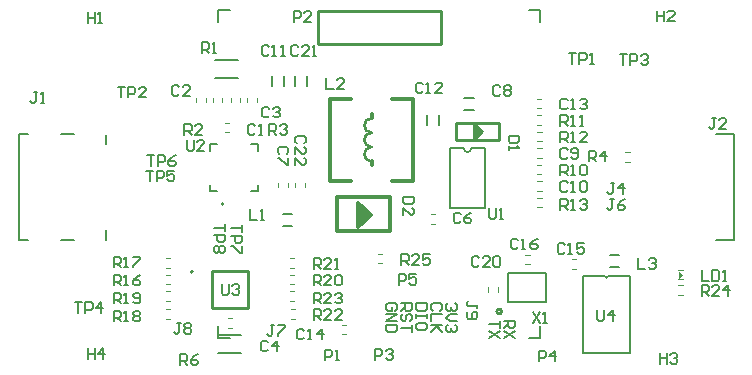
<source format=gto>
G04 Layer_Color=65535*
%FSLAX44Y44*%
%MOMM*%
G71*
G01*
G75*
%ADD36C,0.2000*%
%ADD38C,0.3000*%
%ADD100C,0.2540*%
%ADD101C,0.1270*%
%ADD102C,0.1000*%
%ADD103C,0.1500*%
G36*
X556634Y81000D02*
X554094Y78460D01*
Y83540D01*
X556634Y81000D01*
D02*
G37*
G36*
X293612Y131492D02*
X283706Y121586D01*
X282436D01*
Y141652D01*
X293612Y131492D01*
D02*
G37*
D36*
X490675Y79370D02*
G03*
X493925Y79370I1625J0D01*
G01*
X142196Y83512D02*
G03*
X142196Y83512I-1000J0D01*
G01*
X168260Y140810D02*
G03*
X168260Y140810I-1000J0D01*
G01*
X371475Y187880D02*
G03*
X377825Y187880I3175J0D01*
G01*
X163500Y305000D02*
X173500D01*
X163500Y295000D02*
Y305000D01*
Y27000D02*
X173500D01*
X163500D02*
Y37000D01*
X436500Y27000D02*
Y37000D01*
X426500Y27000D02*
X436500D01*
X426500Y305000D02*
X436500D01*
Y295000D02*
Y305000D01*
X440940Y57470D02*
Y82470D01*
X408940Y57470D02*
X440940D01*
X408940D02*
Y82470D01*
X440940D01*
X472186Y14370D02*
Y79370D01*
Y14370D02*
X512572D01*
Y79370D01*
X493925D02*
X512572D01*
X472186D02*
X490675D01*
X359918Y187880D02*
X371475D01*
X377825D02*
X389382D01*
Y137080D02*
Y187880D01*
X359918Y137080D02*
X389382D01*
X359918D02*
Y187880D01*
X585000Y110000D02*
X600000D01*
X585000Y200000D02*
X600000D01*
Y110000D02*
Y200000D01*
X-4920Y199700D02*
X2580D01*
X68580Y191301D02*
Y199300D01*
Y110300D02*
Y118300D01*
X30580Y110300D02*
X41780D01*
X30280Y199700D02*
X41480D01*
X-4920Y110300D02*
X2580D01*
X-4920D02*
Y199700D01*
X406000Y42000D02*
X414997D01*
Y37501D01*
X413498Y36002D01*
X410499D01*
X408999Y37501D01*
Y42000D01*
Y39001D02*
X406000Y36002D01*
X414997Y33003D02*
X406000Y27005D01*
X414997D02*
X406000Y33003D01*
X401997Y42000D02*
Y36002D01*
Y39001D01*
X393000D01*
X401997Y33003D02*
X393000Y27005D01*
X401997D02*
X393000Y33003D01*
X313498Y50502D02*
X314997Y52002D01*
Y55001D01*
X313498Y56500D01*
X307500D01*
X306000Y55001D01*
Y52002D01*
X307500Y50502D01*
X310499D01*
Y53501D01*
X306000Y47503D02*
X314997D01*
X306000Y41505D01*
X314997D01*
Y38506D02*
X306000D01*
Y34007D01*
X307500Y32508D01*
X313498D01*
X314997Y34007D01*
Y38506D01*
X318500Y56500D02*
X327497D01*
Y52002D01*
X325998Y50502D01*
X322999D01*
X321499Y52002D01*
Y56500D01*
Y53501D02*
X318500Y50502D01*
X325998Y41505D02*
X327497Y43004D01*
Y46003D01*
X325998Y47503D01*
X324498D01*
X322999Y46003D01*
Y43004D01*
X321499Y41505D01*
X320000D01*
X318500Y43004D01*
Y46003D01*
X320000Y47503D01*
X327497Y38506D02*
Y32508D01*
Y35507D01*
X318500D01*
X340497Y56500D02*
X331500D01*
Y52002D01*
X332999Y50502D01*
X338998D01*
X340497Y52002D01*
Y56500D01*
Y47503D02*
Y44504D01*
Y46003D01*
X331500D01*
Y47503D01*
Y44504D01*
X340497Y35507D02*
Y38506D01*
X338998Y40005D01*
X332999D01*
X331500Y38506D01*
Y35507D01*
X332999Y34007D01*
X338998D01*
X340497Y35507D01*
X351498Y50502D02*
X352997Y52002D01*
Y55001D01*
X351498Y56500D01*
X345499D01*
X344000Y55001D01*
Y52002D01*
X345499Y50502D01*
X352997Y47503D02*
X344000D01*
Y41505D01*
X352997Y38506D02*
X344000D01*
X346999D01*
X352997Y32508D01*
X348498Y37006D01*
X344000Y32508D01*
X363998Y56500D02*
X365497Y55001D01*
Y52001D01*
X363998Y50502D01*
X362498D01*
X360998Y52001D01*
Y53501D01*
Y52001D01*
X359499Y50502D01*
X357999D01*
X356500Y52001D01*
Y55001D01*
X357999Y56500D01*
X365497Y47503D02*
X359499D01*
X356500Y44504D01*
X359499Y41505D01*
X365497D01*
X363998Y38506D02*
X365497Y37006D01*
Y34007D01*
X363998Y32508D01*
X362498D01*
X360998Y34007D01*
Y35507D01*
Y34007D01*
X359499Y32508D01*
X357999D01*
X356500Y34007D01*
Y37006D01*
X357999Y38506D01*
X236498Y192002D02*
X237997Y193501D01*
Y196500D01*
X236498Y198000D01*
X230499D01*
X229000Y196500D01*
Y193501D01*
X230499Y192002D01*
X229000Y183005D02*
Y189003D01*
X234998Y183005D01*
X236498D01*
X237997Y184504D01*
Y187503D01*
X236498Y189003D01*
X229000Y174008D02*
Y180006D01*
X234998Y174008D01*
X236498D01*
X237997Y175507D01*
Y178506D01*
X236498Y180006D01*
X231498Y273498D02*
X229998Y274997D01*
X226999D01*
X225500Y273498D01*
Y267500D01*
X226999Y266000D01*
X229998D01*
X231498Y267500D01*
X240495Y266000D02*
X234497D01*
X240495Y271998D01*
Y273498D01*
X238996Y274997D01*
X235997D01*
X234497Y273498D01*
X243494Y266000D02*
X246493D01*
X244994D01*
Y274997D01*
X243494Y273498D01*
X53000Y18497D02*
Y9500D01*
Y13999D01*
X58998D01*
Y18497D01*
Y9500D01*
X66496D02*
Y18497D01*
X61997Y13999D01*
X67995D01*
X537500Y14497D02*
Y5500D01*
Y9998D01*
X543498D01*
Y14497D01*
Y5500D01*
X546497Y12998D02*
X547997Y14497D01*
X550996D01*
X552495Y12998D01*
Y11498D01*
X550996Y9998D01*
X549496D01*
X550996D01*
X552495Y8499D01*
Y6999D01*
X550996Y5500D01*
X547997D01*
X546497Y6999D01*
X535000Y304497D02*
Y295500D01*
Y299998D01*
X540998D01*
Y304497D01*
Y295500D01*
X549995D02*
X543997D01*
X549995Y301498D01*
Y302998D01*
X548496Y304497D01*
X545497D01*
X543997Y302998D01*
X53000Y302997D02*
Y294000D01*
Y298498D01*
X58998D01*
Y302997D01*
Y294000D01*
X61997D02*
X64996D01*
X63497D01*
Y302997D01*
X61997Y301497D01*
X168997Y123500D02*
Y117502D01*
Y120501D01*
X160000D01*
Y114503D02*
X168997D01*
Y110004D01*
X167498Y108505D01*
X164499D01*
X162999Y110004D01*
Y114503D01*
X167498Y105506D02*
X168997Y104006D01*
Y101007D01*
X167498Y99508D01*
X165998D01*
X164499Y101007D01*
X162999Y99508D01*
X161500D01*
X160000Y101007D01*
Y104006D01*
X161500Y105506D01*
X162999D01*
X164499Y104006D01*
X165998Y105506D01*
X167498D01*
X164499Y104006D02*
Y101007D01*
X183497Y123000D02*
Y117002D01*
Y120001D01*
X174500D01*
Y114003D02*
X183497D01*
Y109504D01*
X181998Y108005D01*
X178999D01*
X177499Y109504D01*
Y114003D01*
X183497Y105006D02*
Y99008D01*
X181998D01*
X176000Y105006D01*
X174500D01*
X382997Y52502D02*
Y55501D01*
Y54001D01*
X375499D01*
X374000Y55501D01*
Y57000D01*
X375499Y58500D01*
Y49503D02*
X374000Y48003D01*
Y45004D01*
X375499Y43505D01*
X381498D01*
X382997Y45004D01*
Y48003D01*
X381498Y49503D01*
X379998D01*
X378498Y48003D01*
Y43505D01*
X103500Y181997D02*
X109498D01*
X106499D01*
Y173000D01*
X112497D02*
Y181997D01*
X116996D01*
X118495Y180498D01*
Y177498D01*
X116996Y175999D01*
X112497D01*
X127492Y181997D02*
X124493Y180498D01*
X121494Y177498D01*
Y174499D01*
X122994Y173000D01*
X125993D01*
X127492Y174499D01*
Y175999D01*
X125993Y177498D01*
X121494D01*
X102500Y168997D02*
X108498D01*
X105499D01*
Y160000D01*
X111497D02*
Y168997D01*
X115996D01*
X117495Y167498D01*
Y164499D01*
X115996Y162999D01*
X111497D01*
X126492Y168997D02*
X120494D01*
Y164499D01*
X123493Y165998D01*
X124993D01*
X126492Y164499D01*
Y161500D01*
X124993Y160000D01*
X121994D01*
X120494Y161500D01*
X194998Y206998D02*
X193498Y208497D01*
X190499D01*
X189000Y206998D01*
Y201000D01*
X190499Y199500D01*
X193498D01*
X194998Y201000D01*
X197997Y199500D02*
X200996D01*
X199497D01*
Y208497D01*
X197997Y206998D01*
X130498Y239998D02*
X128998Y241497D01*
X125999D01*
X124500Y239998D01*
Y234000D01*
X125999Y232500D01*
X128998D01*
X130498Y234000D01*
X139495Y232500D02*
X133497D01*
X139495Y238498D01*
Y239998D01*
X137996Y241497D01*
X134997D01*
X133497Y239998D01*
X206998Y221498D02*
X205499Y222997D01*
X202500D01*
X201000Y221498D01*
Y215499D01*
X202500Y214000D01*
X205499D01*
X206998Y215499D01*
X209997Y221498D02*
X211497Y222997D01*
X214496D01*
X215995Y221498D01*
Y219998D01*
X214496Y218498D01*
X212996D01*
X214496D01*
X215995Y216999D01*
Y215499D01*
X214496Y214000D01*
X211497D01*
X209997Y215499D01*
X205998Y23498D02*
X204499Y24997D01*
X201500D01*
X200000Y23498D01*
Y17500D01*
X201500Y16000D01*
X204499D01*
X205998Y17500D01*
X213496Y16000D02*
Y24997D01*
X208997Y20498D01*
X214995D01*
X368998Y131998D02*
X367499Y133497D01*
X364500D01*
X363000Y131998D01*
Y125999D01*
X364500Y124500D01*
X367499D01*
X368998Y125999D01*
X377995Y133497D02*
X374996Y131998D01*
X371997Y128998D01*
Y125999D01*
X373497Y124500D01*
X376496D01*
X377995Y125999D01*
Y127499D01*
X376496Y128998D01*
X371997D01*
X221498Y183002D02*
X222997Y184501D01*
Y187500D01*
X221498Y189000D01*
X215499D01*
X214000Y187500D01*
Y184501D01*
X215499Y183002D01*
X222997Y180003D02*
Y174005D01*
X221498D01*
X215499Y180003D01*
X214000D01*
X402498Y239998D02*
X400998Y241497D01*
X397999D01*
X396500Y239998D01*
Y234000D01*
X397999Y232500D01*
X400998D01*
X402498Y234000D01*
X405497Y239998D02*
X406997Y241497D01*
X409996D01*
X411495Y239998D01*
Y238498D01*
X409996Y236999D01*
X411495Y235499D01*
Y234000D01*
X409996Y232500D01*
X406997D01*
X405497Y234000D01*
Y235499D01*
X406997Y236999D01*
X405497Y238498D01*
Y239998D01*
X406997Y236999D02*
X409996D01*
X459388Y186488D02*
X457888Y187987D01*
X454889D01*
X453390Y186488D01*
Y180490D01*
X454889Y178990D01*
X457888D01*
X459388Y180490D01*
X462387D02*
X463887Y178990D01*
X466886D01*
X468385Y180490D01*
Y186488D01*
X466886Y187987D01*
X463887D01*
X462387Y186488D01*
Y184988D01*
X463887Y183489D01*
X468385D01*
X459388Y158548D02*
X457888Y160047D01*
X454889D01*
X453390Y158548D01*
Y152549D01*
X454889Y151050D01*
X457888D01*
X459388Y152549D01*
X462387Y151050D02*
X465386D01*
X463887D01*
Y160047D01*
X462387Y158548D01*
X469885D02*
X471384Y160047D01*
X474383D01*
X475883Y158548D01*
Y152549D01*
X474383Y151050D01*
X471384D01*
X469885Y152549D01*
Y158548D01*
X206498Y273498D02*
X204998Y274997D01*
X201999D01*
X200500Y273498D01*
Y267500D01*
X201999Y266000D01*
X204998D01*
X206498Y267500D01*
X209497Y266000D02*
X212496D01*
X210997D01*
Y274997D01*
X209497Y273498D01*
X216995Y266000D02*
X219994D01*
X218494D01*
Y274997D01*
X216995Y273498D01*
X336998Y241998D02*
X335499Y243497D01*
X332500D01*
X331000Y241998D01*
Y236000D01*
X332500Y234500D01*
X335499D01*
X336998Y236000D01*
X339997Y234500D02*
X342996D01*
X341497D01*
Y243497D01*
X339997Y241998D01*
X353493Y234500D02*
X347495D01*
X353493Y240498D01*
Y241998D01*
X351993Y243497D01*
X348994D01*
X347495Y241998D01*
X459388Y228398D02*
X457888Y229897D01*
X454889D01*
X453390Y228398D01*
Y222400D01*
X454889Y220900D01*
X457888D01*
X459388Y222400D01*
X462387Y220900D02*
X465386D01*
X463887D01*
Y229897D01*
X462387Y228398D01*
X469885D02*
X471384Y229897D01*
X474383D01*
X475883Y228398D01*
Y226898D01*
X474383Y225399D01*
X472884D01*
X474383D01*
X475883Y223899D01*
Y222400D01*
X474383Y220900D01*
X471384D01*
X469885Y222400D01*
X236498Y33498D02*
X234998Y34997D01*
X231999D01*
X230500Y33498D01*
Y27499D01*
X231999Y26000D01*
X234998D01*
X236498Y27499D01*
X239497Y26000D02*
X242496D01*
X240997D01*
Y34997D01*
X239497Y33498D01*
X251493Y26000D02*
Y34997D01*
X246995Y30498D01*
X252993D01*
X456998Y105998D02*
X455499Y107497D01*
X452500D01*
X451000Y105998D01*
Y100000D01*
X452500Y98500D01*
X455499D01*
X456998Y100000D01*
X459997Y98500D02*
X462996D01*
X461497D01*
Y107497D01*
X459997Y105998D01*
X473493Y107497D02*
X467495D01*
Y102999D01*
X470494Y104498D01*
X471993D01*
X473493Y102999D01*
Y100000D01*
X471993Y98500D01*
X468994D01*
X467495Y100000D01*
X417498Y109998D02*
X415998Y111497D01*
X412999D01*
X411500Y109998D01*
Y104000D01*
X412999Y102500D01*
X415998D01*
X417498Y104000D01*
X420497Y102500D02*
X423496D01*
X421997D01*
Y111497D01*
X420497Y109998D01*
X433993Y111497D02*
X430994Y109998D01*
X427995Y106999D01*
Y104000D01*
X429494Y102500D01*
X432493D01*
X433993Y104000D01*
Y105499D01*
X432493Y106999D01*
X427995D01*
X384498Y94998D02*
X382999Y96497D01*
X380000D01*
X378500Y94998D01*
Y89000D01*
X380000Y87500D01*
X382999D01*
X384498Y89000D01*
X393495Y87500D02*
X387497D01*
X393495Y93498D01*
Y94998D01*
X391996Y96497D01*
X388997D01*
X387497Y94998D01*
X396494D02*
X397994Y96497D01*
X400993D01*
X402492Y94998D01*
Y89000D01*
X400993Y87500D01*
X397994D01*
X396494Y89000D01*
Y94998D01*
X418497Y198500D02*
X409500D01*
Y194002D01*
X410999Y192502D01*
X416998D01*
X418497Y194002D01*
Y198500D01*
X409500Y189503D02*
Y186504D01*
Y188003D01*
X418497D01*
X416998Y189503D01*
X329497Y146500D02*
X320500D01*
Y142001D01*
X322000Y140502D01*
X327998D01*
X329497Y142001D01*
Y146500D01*
X320500Y131505D02*
Y137503D01*
X326498Y131505D01*
X327998D01*
X329497Y133004D01*
Y136003D01*
X327998Y137503D01*
X10498Y235497D02*
X7499D01*
X8999D01*
Y227999D01*
X7499Y226500D01*
X6000D01*
X4500Y227999D01*
X13497Y226500D02*
X16496D01*
X14997D01*
Y235497D01*
X13497Y233998D01*
X584998Y213497D02*
X581999D01*
X583499D01*
Y206000D01*
X581999Y204500D01*
X580499D01*
X579000Y206000D01*
X593995Y204500D02*
X587997D01*
X593995Y210498D01*
Y211998D01*
X592496Y213497D01*
X589497D01*
X587997Y211998D01*
X498998Y158497D02*
X495999D01*
X497499D01*
Y150999D01*
X495999Y149500D01*
X494500D01*
X493000Y150999D01*
X506496Y149500D02*
Y158497D01*
X501997Y153998D01*
X507995D01*
X498758Y144553D02*
X495759D01*
X497258D01*
Y137056D01*
X495759Y135556D01*
X494259D01*
X492760Y137056D01*
X507755Y144553D02*
X504756Y143054D01*
X501757Y140055D01*
Y137056D01*
X503257Y135556D01*
X506256D01*
X507755Y137056D01*
Y138555D01*
X506256Y140055D01*
X501757D01*
X210998Y38323D02*
X207999D01*
X209499D01*
Y30825D01*
X207999Y29326D01*
X206500D01*
X205000Y30825D01*
X213997Y38323D02*
X219995D01*
Y36823D01*
X213997Y30825D01*
Y29326D01*
X131998Y39997D02*
X128999D01*
X130499D01*
Y32499D01*
X128999Y31000D01*
X127500D01*
X126000Y32499D01*
X134997Y38498D02*
X136497Y39997D01*
X139496D01*
X140995Y38498D01*
Y36998D01*
X139496Y35498D01*
X140995Y33999D01*
Y32499D01*
X139496Y31000D01*
X136497D01*
X134997Y32499D01*
Y33999D01*
X136497Y35498D01*
X134997Y36998D01*
Y38498D01*
X136497Y35498D02*
X139496D01*
X190500Y136497D02*
Y127500D01*
X196498D01*
X199497D02*
X202496D01*
X200997D01*
Y136497D01*
X199497Y134998D01*
X255280Y247267D02*
Y238270D01*
X261278D01*
X270275D02*
X264277D01*
X270275Y244268D01*
Y245768D01*
X268776Y247267D01*
X265777D01*
X264277Y245768D01*
X519000Y94997D02*
Y86000D01*
X524998D01*
X527997Y93498D02*
X529497Y94997D01*
X532496D01*
X533995Y93498D01*
Y91998D01*
X532496Y90499D01*
X530996D01*
X532496D01*
X533995Y88999D01*
Y87500D01*
X532496Y86000D01*
X529497D01*
X527997Y87500D01*
X573000Y84497D02*
Y75500D01*
X578998D01*
X581997Y84497D02*
Y75500D01*
X586496D01*
X587995Y77000D01*
Y82998D01*
X586496Y84497D01*
X581997D01*
X590994Y75500D02*
X593993D01*
X592494D01*
Y84497D01*
X590994Y82998D01*
X227500Y295000D02*
Y303997D01*
X231999D01*
X233498Y302498D01*
Y299499D01*
X231999Y297999D01*
X227500D01*
X242495Y295000D02*
X236497D01*
X242495Y300998D01*
Y302498D01*
X240996Y303997D01*
X237997D01*
X236497Y302498D01*
X296500Y9000D02*
Y17997D01*
X300998D01*
X302498Y16498D01*
Y13499D01*
X300998Y11999D01*
X296500D01*
X305497Y16498D02*
X306997Y17997D01*
X309996D01*
X311495Y16498D01*
Y14998D01*
X309996Y13499D01*
X308496D01*
X309996D01*
X311495Y11999D01*
Y10500D01*
X309996Y9000D01*
X306997D01*
X305497Y10500D01*
X435000Y7500D02*
Y16497D01*
X439498D01*
X440998Y14998D01*
Y11999D01*
X439498Y10499D01*
X435000D01*
X448496Y7500D02*
Y16497D01*
X443997Y11999D01*
X449995D01*
X254000Y8500D02*
Y17497D01*
X258498D01*
X259998Y15998D01*
Y12998D01*
X258498Y11499D01*
X254000D01*
X262997Y8500D02*
X265996D01*
X264497D01*
Y17497D01*
X262997Y15998D01*
X316500Y72500D02*
Y81497D01*
X320998D01*
X322498Y79998D01*
Y76999D01*
X320998Y75499D01*
X316500D01*
X331495Y81497D02*
X325497D01*
Y76999D01*
X328496Y78498D01*
X329996D01*
X331495Y76999D01*
Y74000D01*
X329996Y72500D01*
X326997D01*
X325497Y74000D01*
X150000Y268500D02*
Y277497D01*
X154499D01*
X155998Y275998D01*
Y272999D01*
X154499Y271499D01*
X150000D01*
X152999D02*
X155998Y268500D01*
X158997D02*
X161996D01*
X160497D01*
Y277497D01*
X158997Y275998D01*
X135100Y199250D02*
Y208247D01*
X139599D01*
X141098Y206748D01*
Y203748D01*
X139599Y202249D01*
X135100D01*
X138099D02*
X141098Y199250D01*
X150095D02*
X144097D01*
X150095Y205248D01*
Y206748D01*
X148596Y208247D01*
X145597D01*
X144097Y206748D01*
X207000Y199500D02*
Y208497D01*
X211499D01*
X212998Y206998D01*
Y203999D01*
X211499Y202499D01*
X207000D01*
X209999D02*
X212998Y199500D01*
X215997Y206998D02*
X217497Y208497D01*
X220496D01*
X221995Y206998D01*
Y205498D01*
X220496Y203999D01*
X218996D01*
X220496D01*
X221995Y202499D01*
Y201000D01*
X220496Y199500D01*
X217497D01*
X215997Y201000D01*
X477500Y177000D02*
Y185997D01*
X481999D01*
X483498Y184498D01*
Y181499D01*
X481999Y179999D01*
X477500D01*
X480499D02*
X483498Y177000D01*
X490996D02*
Y185997D01*
X486497Y181499D01*
X492495D01*
X131500Y4500D02*
Y13497D01*
X135998D01*
X137498Y11998D01*
Y8999D01*
X135998Y7499D01*
X131500D01*
X134499D02*
X137498Y4500D01*
X146495Y13497D02*
X143496Y11998D01*
X140497Y8999D01*
Y6000D01*
X141997Y4500D01*
X144996D01*
X146495Y6000D01*
Y7499D01*
X144996Y8999D01*
X140497D01*
X453390Y165020D02*
Y174017D01*
X457888D01*
X459388Y172518D01*
Y169519D01*
X457888Y168019D01*
X453390D01*
X456389D02*
X459388Y165020D01*
X462387D02*
X465386D01*
X463887D01*
Y174017D01*
X462387Y172518D01*
X469885D02*
X471384Y174017D01*
X474383D01*
X475883Y172518D01*
Y166520D01*
X474383Y165020D01*
X471384D01*
X469885Y166520D01*
Y172518D01*
X453390Y206930D02*
Y215927D01*
X457888D01*
X459388Y214428D01*
Y211429D01*
X457888Y209929D01*
X453390D01*
X456389D02*
X459388Y206930D01*
X462387D02*
X465386D01*
X463887D01*
Y215927D01*
X462387Y214428D01*
X469885Y206930D02*
X472884D01*
X471384D01*
Y215927D01*
X469885Y214428D01*
X453390Y192960D02*
Y201957D01*
X457888D01*
X459388Y200458D01*
Y197458D01*
X457888Y195959D01*
X453390D01*
X456389D02*
X459388Y192960D01*
X462387D02*
X465386D01*
X463887D01*
Y201957D01*
X462387Y200458D01*
X475883Y192960D02*
X469885D01*
X475883Y198958D01*
Y200458D01*
X474383Y201957D01*
X471384D01*
X469885Y200458D01*
X453390Y135810D02*
Y144807D01*
X457888D01*
X459388Y143308D01*
Y140309D01*
X457888Y138809D01*
X453390D01*
X456389D02*
X459388Y135810D01*
X462387D02*
X465386D01*
X463887D01*
Y144807D01*
X462387Y143308D01*
X469885D02*
X471384Y144807D01*
X474383D01*
X475883Y143308D01*
Y141808D01*
X474383Y140309D01*
X472884D01*
X474383D01*
X475883Y138809D01*
Y137310D01*
X474383Y135810D01*
X471384D01*
X469885Y137310D01*
X75210Y71730D02*
Y80727D01*
X79709D01*
X81208Y79228D01*
Y76228D01*
X79709Y74729D01*
X75210D01*
X78209D02*
X81208Y71730D01*
X84207D02*
X87206D01*
X85707D01*
Y80727D01*
X84207Y79228D01*
X97703Y80727D02*
X94704Y79228D01*
X91705Y76228D01*
Y73229D01*
X93204Y71730D01*
X96203D01*
X97703Y73229D01*
Y74729D01*
X96203Y76228D01*
X91705D01*
X75210Y86970D02*
Y95967D01*
X79709D01*
X81208Y94468D01*
Y91468D01*
X79709Y89969D01*
X75210D01*
X78209D02*
X81208Y86970D01*
X84207D02*
X87206D01*
X85707D01*
Y95967D01*
X84207Y94468D01*
X91705Y95967D02*
X97703D01*
Y94468D01*
X91705Y88469D01*
Y86970D01*
X75210Y41250D02*
Y50247D01*
X79709D01*
X81208Y48748D01*
Y45749D01*
X79709Y44249D01*
X75210D01*
X78209D02*
X81208Y41250D01*
X84207D02*
X87206D01*
X85707D01*
Y50247D01*
X84207Y48748D01*
X91705D02*
X93204Y50247D01*
X96203D01*
X97703Y48748D01*
Y47248D01*
X96203Y45749D01*
X97703Y44249D01*
Y42750D01*
X96203Y41250D01*
X93204D01*
X91705Y42750D01*
Y44249D01*
X93204Y45749D01*
X91705Y47248D01*
Y48748D01*
X93204Y45749D02*
X96203D01*
X75210Y56490D02*
Y65487D01*
X79709D01*
X81208Y63988D01*
Y60988D01*
X79709Y59489D01*
X75210D01*
X78209D02*
X81208Y56490D01*
X84207D02*
X87206D01*
X85707D01*
Y65487D01*
X84207Y63988D01*
X91705Y57990D02*
X93204Y56490D01*
X96203D01*
X97703Y57990D01*
Y63988D01*
X96203Y65487D01*
X93204D01*
X91705Y63988D01*
Y62488D01*
X93204Y60988D01*
X97703D01*
X244340Y71730D02*
Y80727D01*
X248839D01*
X250338Y79228D01*
Y76228D01*
X248839Y74729D01*
X244340D01*
X247339D02*
X250338Y71730D01*
X259335D02*
X253337D01*
X259335Y77728D01*
Y79228D01*
X257836Y80727D01*
X254837D01*
X253337Y79228D01*
X262334D02*
X263834Y80727D01*
X266833D01*
X268332Y79228D01*
Y73229D01*
X266833Y71730D01*
X263834D01*
X262334Y73229D01*
Y79228D01*
X244340Y85700D02*
Y94697D01*
X248839D01*
X250338Y93198D01*
Y90198D01*
X248839Y88699D01*
X244340D01*
X247339D02*
X250338Y85700D01*
X259335D02*
X253337D01*
X259335Y91698D01*
Y93198D01*
X257836Y94697D01*
X254837D01*
X253337Y93198D01*
X262334Y85700D02*
X265333D01*
X263834D01*
Y94697D01*
X262334Y93198D01*
X244340Y42520D02*
Y51517D01*
X248839D01*
X250338Y50018D01*
Y47018D01*
X248839Y45519D01*
X244340D01*
X247339D02*
X250338Y42520D01*
X259335D02*
X253337D01*
X259335Y48518D01*
Y50018D01*
X257836Y51517D01*
X254837D01*
X253337Y50018D01*
X268332Y42520D02*
X262334D01*
X268332Y48518D01*
Y50018D01*
X266833Y51517D01*
X263834D01*
X262334Y50018D01*
X244340Y56490D02*
Y65487D01*
X248839D01*
X250338Y63988D01*
Y60988D01*
X248839Y59489D01*
X244340D01*
X247339D02*
X250338Y56490D01*
X259335D02*
X253337D01*
X259335Y62488D01*
Y63988D01*
X257836Y65487D01*
X254837D01*
X253337Y63988D01*
X262334D02*
X263834Y65487D01*
X266833D01*
X268332Y63988D01*
Y62488D01*
X266833Y60988D01*
X265333D01*
X266833D01*
X268332Y59489D01*
Y57990D01*
X266833Y56490D01*
X263834D01*
X262334Y57990D01*
X573000Y63000D02*
Y71997D01*
X577499D01*
X578998Y70498D01*
Y67498D01*
X577499Y65999D01*
X573000D01*
X575999D02*
X578998Y63000D01*
X587995D02*
X581997D01*
X587995Y68998D01*
Y70498D01*
X586496Y71997D01*
X583497D01*
X581997Y70498D01*
X595493Y63000D02*
Y71997D01*
X590994Y67498D01*
X596992D01*
X318770Y89160D02*
Y98157D01*
X323269D01*
X324768Y96658D01*
Y93659D01*
X323269Y92159D01*
X318770D01*
X321769D02*
X324768Y89160D01*
X333765D02*
X327767D01*
X333765Y95158D01*
Y96658D01*
X332266Y98157D01*
X329267D01*
X327767Y96658D01*
X342762Y98157D02*
X336764D01*
Y93659D01*
X339763Y95158D01*
X341263D01*
X342762Y93659D01*
Y90660D01*
X341263Y89160D01*
X338264D01*
X336764Y90660D01*
X460500Y268497D02*
X466498D01*
X463499D01*
Y259500D01*
X469497D02*
Y268497D01*
X473996D01*
X475495Y266998D01*
Y263999D01*
X473996Y262499D01*
X469497D01*
X478494Y259500D02*
X481493D01*
X479994D01*
Y268497D01*
X478494Y266998D01*
X78500Y239997D02*
X84498D01*
X81499D01*
Y231000D01*
X87497D02*
Y239997D01*
X91996D01*
X93495Y238498D01*
Y235499D01*
X91996Y233999D01*
X87497D01*
X102492Y231000D02*
X96494D01*
X102492Y236998D01*
Y238498D01*
X100993Y239997D01*
X97994D01*
X96494Y238498D01*
X503500Y267497D02*
X509498D01*
X506499D01*
Y258500D01*
X512497D02*
Y267497D01*
X516996D01*
X518495Y265998D01*
Y262999D01*
X516996Y261499D01*
X512497D01*
X521494Y265998D02*
X522994Y267497D01*
X525993D01*
X527492Y265998D01*
Y264498D01*
X525993Y262999D01*
X524493D01*
X525993D01*
X527492Y261499D01*
Y260000D01*
X525993Y258500D01*
X522994D01*
X521494Y260000D01*
X42282Y57378D02*
X48280D01*
X45281D01*
Y48381D01*
X51279D02*
Y57378D01*
X55777D01*
X57277Y55878D01*
Y52879D01*
X55777Y51380D01*
X51279D01*
X64774Y48381D02*
Y57378D01*
X60276Y52879D01*
X66274D01*
X393000Y136997D02*
Y129500D01*
X394500Y128000D01*
X397499D01*
X398998Y129500D01*
Y136997D01*
X401997Y128000D02*
X404996D01*
X403497D01*
Y136997D01*
X401997Y135498D01*
X137000Y194997D02*
Y187500D01*
X138499Y186000D01*
X141498D01*
X142998Y187500D01*
Y194997D01*
X151995Y186000D02*
X145997D01*
X151995Y191998D01*
Y193498D01*
X150496Y194997D01*
X147497D01*
X145997Y193498D01*
X166500Y72997D02*
Y65500D01*
X167999Y64000D01*
X170998D01*
X172498Y65500D01*
Y72997D01*
X175497Y71498D02*
X176997Y72997D01*
X179996D01*
X181495Y71498D01*
Y69998D01*
X179996Y68499D01*
X178496D01*
X179996D01*
X181495Y66999D01*
Y65500D01*
X179996Y64000D01*
X176997D01*
X175497Y65500D01*
X484500Y50997D02*
Y43499D01*
X485999Y42000D01*
X488998D01*
X490498Y43499D01*
Y50997D01*
X497996Y42000D02*
Y50997D01*
X493497Y46498D01*
X499495D01*
X430000Y48997D02*
X435998Y40000D01*
Y48997D02*
X430000Y40000D01*
X438997D02*
X441996D01*
X440497D01*
Y48997D01*
X438997Y47498D01*
D38*
X258500Y160000D02*
Y230000D01*
X328500Y160000D02*
Y230000D01*
X293500Y173410D02*
Y176712D01*
Y213288D02*
Y217098D01*
X258500Y230000D02*
X276176D01*
X310824D02*
X328500D01*
X310824Y160000D02*
X328500D01*
X258500D02*
X276176D01*
X264000Y146480D02*
X309000D01*
X264000Y117520D02*
Y146480D01*
X264148Y117520D02*
X309000D01*
Y146480D01*
X282182Y121586D02*
Y141652D01*
Y121586D02*
X293358Y131492D01*
X282182Y141652D02*
X293358Y131492D01*
D100*
X403574Y49704D02*
G03*
X403574Y49704I-2000J0D01*
G01*
X293500Y188904D02*
G03*
X293500Y176712I0J-6096D01*
G01*
Y201096D02*
G03*
X293500Y188904I0J-6096D01*
G01*
Y213288D02*
G03*
X293500Y201096I0J-6096D01*
G01*
X158130Y83830D02*
X189130D01*
Y52830D02*
Y83830D01*
X158130Y52830D02*
X189130D01*
X158130D02*
Y83830D01*
X247900Y304000D02*
X352100D01*
Y276000D02*
Y304000D01*
X247900Y276000D02*
X352100D01*
X247900D02*
Y304000D01*
X382016Y205660D02*
X384556Y202104D01*
X382016Y199056D02*
X384556Y202104D01*
X382016Y199056D02*
Y205660D01*
X380492Y195500D02*
X387096Y202104D01*
X380492Y208708D02*
X387096Y202104D01*
X380492Y195500D02*
Y208708D01*
X365252Y209246D02*
X401252D01*
Y195246D02*
Y209246D01*
X365252Y195246D02*
Y209246D01*
Y195246D02*
X401252D01*
D101*
X197010Y185960D02*
Y191310D01*
X157010Y185960D02*
Y191310D01*
X197010Y151310D02*
Y156660D01*
X157010Y151310D02*
Y156660D01*
X191660Y191310D02*
X197010D01*
X157010D02*
X162360D01*
X191660Y151310D02*
X197010D01*
X157010D02*
X162360D01*
D102*
X298600Y98500D02*
X302150D01*
X298600Y90500D02*
X302150D01*
X553210Y72000D02*
X556760D01*
X553210Y64000D02*
X556760D01*
X224660Y66840D02*
X228210D01*
X224660Y58840D02*
X228210D01*
X224910Y43600D02*
X228460D01*
X224910Y51600D02*
X228460D01*
X224660Y94780D02*
X228210D01*
X224660Y86780D02*
X228210D01*
X224660Y80810D02*
X228210D01*
X224660Y72810D02*
X228210D01*
X119280Y58840D02*
X122830D01*
X119280Y66840D02*
X122830D01*
X119030Y51600D02*
X122580D01*
X119030Y43600D02*
X122580D01*
X119280Y86780D02*
X122830D01*
X119280Y94780D02*
X122830D01*
X119280Y72810D02*
X122830D01*
X119280Y80810D02*
X122830D01*
X433960Y138160D02*
X437510D01*
X433960Y146160D02*
X437510D01*
X433960Y194040D02*
X437510D01*
X433960Y202040D02*
X437510D01*
X433710Y216010D02*
X437260D01*
X433710Y208010D02*
X437260D01*
X433710Y174100D02*
X437260D01*
X433710Y166100D02*
X437260D01*
X508350Y176500D02*
X511900D01*
X508350Y184500D02*
X511900D01*
X182280Y226810D02*
Y230360D01*
X174280Y226810D02*
Y230360D01*
X167040Y226810D02*
Y230360D01*
X159040Y226810D02*
Y230360D01*
X553210Y77000D02*
X556760D01*
X553210Y85000D02*
X556760D01*
X554094Y78402D02*
Y83540D01*
X556634Y81000D01*
X554094Y78402D02*
Y78460D01*
Y78402D02*
Y78460D01*
Y78402D02*
X556663Y80971D01*
X400240Y66600D02*
Y70150D01*
X392240Y66600D02*
Y70150D01*
X423800Y97900D02*
X427350D01*
X423800Y89900D02*
X427350D01*
X462920Y86090D02*
X466470D01*
X462920Y94090D02*
X466470D01*
X268100Y30500D02*
X271650D01*
X268100Y38500D02*
X271650D01*
X433710Y221980D02*
X437260D01*
X433710Y229980D02*
X437260D01*
X433960Y160130D02*
X437510D01*
X433960Y152130D02*
X437510D01*
X433960Y188070D02*
X437510D01*
X433960Y180070D02*
X437510D01*
X214500Y155350D02*
Y158900D01*
X222500Y155350D02*
Y158900D01*
X343540Y124190D02*
X347090D01*
X343540Y132190D02*
X347090D01*
X171570Y43980D02*
X175120D01*
X171570Y35980D02*
X175120D01*
X188250Y226810D02*
Y230360D01*
X196250Y226810D02*
Y230360D01*
X145070Y226810D02*
Y230360D01*
X153070Y226810D02*
Y230360D01*
X169010Y209600D02*
X172560D01*
X169010Y201600D02*
X172560D01*
X237000Y155350D02*
Y158900D01*
X229000Y155350D02*
Y158900D01*
D103*
X163820Y14326D02*
X182620D01*
X163820Y30074D02*
X182620D01*
X161260Y247256D02*
X180060D01*
X161260Y263004D02*
X180060D01*
X495110Y97630D02*
X503110D01*
X495110Y87630D02*
X503110D01*
X218500Y132500D02*
X226500D01*
X218500Y122500D02*
X226500D01*
X350440Y208010D02*
Y216010D01*
X340440Y208010D02*
Y216010D01*
X209000Y241000D02*
Y249000D01*
X219000Y241000D02*
Y249000D01*
X372000Y220500D02*
X380000D01*
X372000Y230500D02*
X380000D01*
X239000Y241000D02*
Y249000D01*
X229000Y241000D02*
Y249000D01*
M02*

</source>
